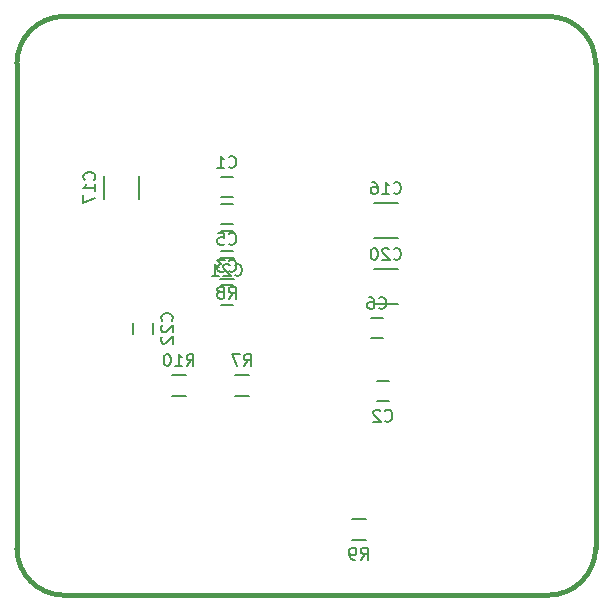
<source format=gbo>
G04 #@! TF.FileFunction,Legend,Bot*
%FSLAX46Y46*%
G04 Gerber Fmt 4.6, Leading zero omitted, Abs format (unit mm)*
G04 Created by KiCad (PCBNEW 4.0.1-stable) date 2/26/2016 9:50:35 PM*
%MOMM*%
G01*
G04 APERTURE LIST*
%ADD10C,0.150000*%
%ADD11C,0.381000*%
%ADD12C,0.203200*%
G04 APERTURE END LIST*
D10*
D11*
X0Y-45000000D02*
X0Y-4000000D01*
X45000000Y-49000000D02*
X4000000Y-49000000D01*
X49000000Y-4000000D02*
X49000000Y-45000000D01*
X4000000Y0D02*
X45000000Y0D01*
X0Y-45000000D02*
G75*
G03X4000000Y-49000000I4000000J0D01*
G01*
X45000000Y-49000000D02*
G75*
G03X49000000Y-45000000I0J4000000D01*
G01*
X49000000Y-4000000D02*
G75*
G03X45000000Y0I-4000000J0D01*
G01*
X4000000Y0D02*
G75*
G03X0Y-4000000I0J-4000000D01*
G01*
D10*
X17280000Y-13628000D02*
X18280000Y-13628000D01*
X18280000Y-15328000D02*
X17280000Y-15328000D01*
X31488000Y-32600000D02*
X30488000Y-32600000D01*
X30488000Y-30900000D02*
X31488000Y-30900000D01*
X18280000Y-19900000D02*
X17280000Y-19900000D01*
X17280000Y-18200000D02*
X18280000Y-18200000D01*
X18280000Y-17614000D02*
X17280000Y-17614000D01*
X17280000Y-15914000D02*
X18280000Y-15914000D01*
X29980000Y-25566000D02*
X30980000Y-25566000D01*
X30980000Y-27266000D02*
X29980000Y-27266000D01*
X30242000Y-15797000D02*
X32242000Y-15797000D01*
X32242000Y-18747000D02*
X30242000Y-18747000D01*
X7415000Y-15478000D02*
X7415000Y-13478000D01*
X10365000Y-13478000D02*
X10365000Y-15478000D01*
X30242000Y-21385000D02*
X32242000Y-21385000D01*
X32242000Y-24335000D02*
X30242000Y-24335000D01*
X17280000Y-22772000D02*
X18280000Y-22772000D01*
X18280000Y-24472000D02*
X17280000Y-24472000D01*
X11518000Y-25916000D02*
X11518000Y-26916000D01*
X9818000Y-26916000D02*
X9818000Y-25916000D01*
X18450000Y-32117000D02*
X19650000Y-32117000D01*
X19650000Y-30367000D02*
X18450000Y-30367000D01*
X18380000Y-20461000D02*
X17180000Y-20461000D01*
X17180000Y-22211000D02*
X18380000Y-22211000D01*
X29556000Y-42559000D02*
X28356000Y-42559000D01*
X28356000Y-44309000D02*
X29556000Y-44309000D01*
X13116000Y-32117000D02*
X14316000Y-32117000D01*
X14316000Y-30367000D02*
X13116000Y-30367000D01*
D12*
X17949333Y-12740857D02*
X17997714Y-12789238D01*
X18142857Y-12837619D01*
X18239619Y-12837619D01*
X18384761Y-12789238D01*
X18481523Y-12692476D01*
X18529904Y-12595714D01*
X18578285Y-12402190D01*
X18578285Y-12257048D01*
X18529904Y-12063524D01*
X18481523Y-11966762D01*
X18384761Y-11870000D01*
X18239619Y-11821619D01*
X18142857Y-11821619D01*
X17997714Y-11870000D01*
X17949333Y-11918381D01*
X16981714Y-12837619D02*
X17562285Y-12837619D01*
X17271999Y-12837619D02*
X17271999Y-11821619D01*
X17368761Y-11966762D01*
X17465523Y-12063524D01*
X17562285Y-12111905D01*
X31157333Y-34212857D02*
X31205714Y-34261238D01*
X31350857Y-34309619D01*
X31447619Y-34309619D01*
X31592761Y-34261238D01*
X31689523Y-34164476D01*
X31737904Y-34067714D01*
X31786285Y-33874190D01*
X31786285Y-33729048D01*
X31737904Y-33535524D01*
X31689523Y-33438762D01*
X31592761Y-33342000D01*
X31447619Y-33293619D01*
X31350857Y-33293619D01*
X31205714Y-33342000D01*
X31157333Y-33390381D01*
X30770285Y-33390381D02*
X30721904Y-33342000D01*
X30625142Y-33293619D01*
X30383238Y-33293619D01*
X30286476Y-33342000D01*
X30238095Y-33390381D01*
X30189714Y-33487143D01*
X30189714Y-33583905D01*
X30238095Y-33729048D01*
X30818666Y-34309619D01*
X30189714Y-34309619D01*
X17949333Y-21512857D02*
X17997714Y-21561238D01*
X18142857Y-21609619D01*
X18239619Y-21609619D01*
X18384761Y-21561238D01*
X18481523Y-21464476D01*
X18529904Y-21367714D01*
X18578285Y-21174190D01*
X18578285Y-21029048D01*
X18529904Y-20835524D01*
X18481523Y-20738762D01*
X18384761Y-20642000D01*
X18239619Y-20593619D01*
X18142857Y-20593619D01*
X17997714Y-20642000D01*
X17949333Y-20690381D01*
X17610666Y-20593619D02*
X16981714Y-20593619D01*
X17320380Y-20980667D01*
X17175238Y-20980667D01*
X17078476Y-21029048D01*
X17030095Y-21077429D01*
X16981714Y-21174190D01*
X16981714Y-21416095D01*
X17030095Y-21512857D01*
X17078476Y-21561238D01*
X17175238Y-21609619D01*
X17465523Y-21609619D01*
X17562285Y-21561238D01*
X17610666Y-21512857D01*
X17949333Y-19226857D02*
X17997714Y-19275238D01*
X18142857Y-19323619D01*
X18239619Y-19323619D01*
X18384761Y-19275238D01*
X18481523Y-19178476D01*
X18529904Y-19081714D01*
X18578285Y-18888190D01*
X18578285Y-18743048D01*
X18529904Y-18549524D01*
X18481523Y-18452762D01*
X18384761Y-18356000D01*
X18239619Y-18307619D01*
X18142857Y-18307619D01*
X17997714Y-18356000D01*
X17949333Y-18404381D01*
X17030095Y-18307619D02*
X17513904Y-18307619D01*
X17562285Y-18791429D01*
X17513904Y-18743048D01*
X17417142Y-18694667D01*
X17175238Y-18694667D01*
X17078476Y-18743048D01*
X17030095Y-18791429D01*
X16981714Y-18888190D01*
X16981714Y-19130095D01*
X17030095Y-19226857D01*
X17078476Y-19275238D01*
X17175238Y-19323619D01*
X17417142Y-19323619D01*
X17513904Y-19275238D01*
X17562285Y-19226857D01*
X30649333Y-24678857D02*
X30697714Y-24727238D01*
X30842857Y-24775619D01*
X30939619Y-24775619D01*
X31084761Y-24727238D01*
X31181523Y-24630476D01*
X31229904Y-24533714D01*
X31278285Y-24340190D01*
X31278285Y-24195048D01*
X31229904Y-24001524D01*
X31181523Y-23904762D01*
X31084761Y-23808000D01*
X30939619Y-23759619D01*
X30842857Y-23759619D01*
X30697714Y-23808000D01*
X30649333Y-23856381D01*
X29778476Y-23759619D02*
X29971999Y-23759619D01*
X30068761Y-23808000D01*
X30117142Y-23856381D01*
X30213904Y-24001524D01*
X30262285Y-24195048D01*
X30262285Y-24582095D01*
X30213904Y-24678857D01*
X30165523Y-24727238D01*
X30068761Y-24775619D01*
X29875238Y-24775619D01*
X29778476Y-24727238D01*
X29730095Y-24678857D01*
X29681714Y-24582095D01*
X29681714Y-24340190D01*
X29730095Y-24243429D01*
X29778476Y-24195048D01*
X29875238Y-24146667D01*
X30068761Y-24146667D01*
X30165523Y-24195048D01*
X30213904Y-24243429D01*
X30262285Y-24340190D01*
X31895143Y-14934857D02*
X31943524Y-14983238D01*
X32088667Y-15031619D01*
X32185429Y-15031619D01*
X32330571Y-14983238D01*
X32427333Y-14886476D01*
X32475714Y-14789714D01*
X32524095Y-14596190D01*
X32524095Y-14451048D01*
X32475714Y-14257524D01*
X32427333Y-14160762D01*
X32330571Y-14064000D01*
X32185429Y-14015619D01*
X32088667Y-14015619D01*
X31943524Y-14064000D01*
X31895143Y-14112381D01*
X30927524Y-15031619D02*
X31508095Y-15031619D01*
X31217809Y-15031619D02*
X31217809Y-14015619D01*
X31314571Y-14160762D01*
X31411333Y-14257524D01*
X31508095Y-14305905D01*
X30056667Y-14015619D02*
X30250190Y-14015619D01*
X30346952Y-14064000D01*
X30395333Y-14112381D01*
X30492095Y-14257524D01*
X30540476Y-14451048D01*
X30540476Y-14838095D01*
X30492095Y-14934857D01*
X30443714Y-14983238D01*
X30346952Y-15031619D01*
X30153429Y-15031619D01*
X30056667Y-14983238D01*
X30008286Y-14934857D01*
X29959905Y-14838095D01*
X29959905Y-14596190D01*
X30008286Y-14499429D01*
X30056667Y-14451048D01*
X30153429Y-14402667D01*
X30346952Y-14402667D01*
X30443714Y-14451048D01*
X30492095Y-14499429D01*
X30540476Y-14596190D01*
X6552857Y-13824857D02*
X6601238Y-13776476D01*
X6649619Y-13631333D01*
X6649619Y-13534571D01*
X6601238Y-13389429D01*
X6504476Y-13292667D01*
X6407714Y-13244286D01*
X6214190Y-13195905D01*
X6069048Y-13195905D01*
X5875524Y-13244286D01*
X5778762Y-13292667D01*
X5682000Y-13389429D01*
X5633619Y-13534571D01*
X5633619Y-13631333D01*
X5682000Y-13776476D01*
X5730381Y-13824857D01*
X6649619Y-14792476D02*
X6649619Y-14211905D01*
X6649619Y-14502191D02*
X5633619Y-14502191D01*
X5778762Y-14405429D01*
X5875524Y-14308667D01*
X5923905Y-14211905D01*
X5633619Y-15131143D02*
X5633619Y-15808476D01*
X6649619Y-15373048D01*
X31895143Y-20522857D02*
X31943524Y-20571238D01*
X32088667Y-20619619D01*
X32185429Y-20619619D01*
X32330571Y-20571238D01*
X32427333Y-20474476D01*
X32475714Y-20377714D01*
X32524095Y-20184190D01*
X32524095Y-20039048D01*
X32475714Y-19845524D01*
X32427333Y-19748762D01*
X32330571Y-19652000D01*
X32185429Y-19603619D01*
X32088667Y-19603619D01*
X31943524Y-19652000D01*
X31895143Y-19700381D01*
X31508095Y-19700381D02*
X31459714Y-19652000D01*
X31362952Y-19603619D01*
X31121048Y-19603619D01*
X31024286Y-19652000D01*
X30975905Y-19700381D01*
X30927524Y-19797143D01*
X30927524Y-19893905D01*
X30975905Y-20039048D01*
X31556476Y-20619619D01*
X30927524Y-20619619D01*
X30298571Y-19603619D02*
X30201810Y-19603619D01*
X30105048Y-19652000D01*
X30056667Y-19700381D01*
X30008286Y-19797143D01*
X29959905Y-19990667D01*
X29959905Y-20232571D01*
X30008286Y-20426095D01*
X30056667Y-20522857D01*
X30105048Y-20571238D01*
X30201810Y-20619619D01*
X30298571Y-20619619D01*
X30395333Y-20571238D01*
X30443714Y-20522857D01*
X30492095Y-20426095D01*
X30540476Y-20232571D01*
X30540476Y-19990667D01*
X30492095Y-19797143D01*
X30443714Y-19700381D01*
X30395333Y-19652000D01*
X30298571Y-19603619D01*
X18433143Y-21884857D02*
X18481524Y-21933238D01*
X18626667Y-21981619D01*
X18723429Y-21981619D01*
X18868571Y-21933238D01*
X18965333Y-21836476D01*
X19013714Y-21739714D01*
X19062095Y-21546190D01*
X19062095Y-21401048D01*
X19013714Y-21207524D01*
X18965333Y-21110762D01*
X18868571Y-21014000D01*
X18723429Y-20965619D01*
X18626667Y-20965619D01*
X18481524Y-21014000D01*
X18433143Y-21062381D01*
X18046095Y-21062381D02*
X17997714Y-21014000D01*
X17900952Y-20965619D01*
X17659048Y-20965619D01*
X17562286Y-21014000D01*
X17513905Y-21062381D01*
X17465524Y-21159143D01*
X17465524Y-21255905D01*
X17513905Y-21401048D01*
X18094476Y-21981619D01*
X17465524Y-21981619D01*
X16497905Y-21981619D02*
X17078476Y-21981619D01*
X16788190Y-21981619D02*
X16788190Y-20965619D01*
X16884952Y-21110762D01*
X16981714Y-21207524D01*
X17078476Y-21255905D01*
X13130857Y-25762857D02*
X13179238Y-25714476D01*
X13227619Y-25569333D01*
X13227619Y-25472571D01*
X13179238Y-25327429D01*
X13082476Y-25230667D01*
X12985714Y-25182286D01*
X12792190Y-25133905D01*
X12647048Y-25133905D01*
X12453524Y-25182286D01*
X12356762Y-25230667D01*
X12260000Y-25327429D01*
X12211619Y-25472571D01*
X12211619Y-25569333D01*
X12260000Y-25714476D01*
X12308381Y-25762857D01*
X12308381Y-26149905D02*
X12260000Y-26198286D01*
X12211619Y-26295048D01*
X12211619Y-26536952D01*
X12260000Y-26633714D01*
X12308381Y-26682095D01*
X12405143Y-26730476D01*
X12501905Y-26730476D01*
X12647048Y-26682095D01*
X13227619Y-26101524D01*
X13227619Y-26730476D01*
X12308381Y-27117524D02*
X12260000Y-27165905D01*
X12211619Y-27262667D01*
X12211619Y-27504571D01*
X12260000Y-27601333D01*
X12308381Y-27649714D01*
X12405143Y-27698095D01*
X12501905Y-27698095D01*
X12647048Y-27649714D01*
X13227619Y-27069143D01*
X13227619Y-27698095D01*
X19219333Y-29601619D02*
X19557999Y-29117810D01*
X19799904Y-29601619D02*
X19799904Y-28585619D01*
X19412857Y-28585619D01*
X19316095Y-28634000D01*
X19267714Y-28682381D01*
X19219333Y-28779143D01*
X19219333Y-28924286D01*
X19267714Y-29021048D01*
X19316095Y-29069429D01*
X19412857Y-29117810D01*
X19799904Y-29117810D01*
X18880666Y-28585619D02*
X18203333Y-28585619D01*
X18638761Y-29601619D01*
X17949333Y-23895619D02*
X18287999Y-23411810D01*
X18529904Y-23895619D02*
X18529904Y-22879619D01*
X18142857Y-22879619D01*
X18046095Y-22928000D01*
X17997714Y-22976381D01*
X17949333Y-23073143D01*
X17949333Y-23218286D01*
X17997714Y-23315048D01*
X18046095Y-23363429D01*
X18142857Y-23411810D01*
X18529904Y-23411810D01*
X17368761Y-23315048D02*
X17465523Y-23266667D01*
X17513904Y-23218286D01*
X17562285Y-23121524D01*
X17562285Y-23073143D01*
X17513904Y-22976381D01*
X17465523Y-22928000D01*
X17368761Y-22879619D01*
X17175238Y-22879619D01*
X17078476Y-22928000D01*
X17030095Y-22976381D01*
X16981714Y-23073143D01*
X16981714Y-23121524D01*
X17030095Y-23218286D01*
X17078476Y-23266667D01*
X17175238Y-23315048D01*
X17368761Y-23315048D01*
X17465523Y-23363429D01*
X17513904Y-23411810D01*
X17562285Y-23508571D01*
X17562285Y-23702095D01*
X17513904Y-23798857D01*
X17465523Y-23847238D01*
X17368761Y-23895619D01*
X17175238Y-23895619D01*
X17078476Y-23847238D01*
X17030095Y-23798857D01*
X16981714Y-23702095D01*
X16981714Y-23508571D01*
X17030095Y-23411810D01*
X17078476Y-23363429D01*
X17175238Y-23315048D01*
X29125333Y-45993619D02*
X29463999Y-45509810D01*
X29705904Y-45993619D02*
X29705904Y-44977619D01*
X29318857Y-44977619D01*
X29222095Y-45026000D01*
X29173714Y-45074381D01*
X29125333Y-45171143D01*
X29125333Y-45316286D01*
X29173714Y-45413048D01*
X29222095Y-45461429D01*
X29318857Y-45509810D01*
X29705904Y-45509810D01*
X28641523Y-45993619D02*
X28447999Y-45993619D01*
X28351238Y-45945238D01*
X28302857Y-45896857D01*
X28206095Y-45751714D01*
X28157714Y-45558190D01*
X28157714Y-45171143D01*
X28206095Y-45074381D01*
X28254476Y-45026000D01*
X28351238Y-44977619D01*
X28544761Y-44977619D01*
X28641523Y-45026000D01*
X28689904Y-45074381D01*
X28738285Y-45171143D01*
X28738285Y-45413048D01*
X28689904Y-45509810D01*
X28641523Y-45558190D01*
X28544761Y-45606571D01*
X28351238Y-45606571D01*
X28254476Y-45558190D01*
X28206095Y-45509810D01*
X28157714Y-45413048D01*
X14369143Y-29601619D02*
X14707809Y-29117810D01*
X14949714Y-29601619D02*
X14949714Y-28585619D01*
X14562667Y-28585619D01*
X14465905Y-28634000D01*
X14417524Y-28682381D01*
X14369143Y-28779143D01*
X14369143Y-28924286D01*
X14417524Y-29021048D01*
X14465905Y-29069429D01*
X14562667Y-29117810D01*
X14949714Y-29117810D01*
X13401524Y-29601619D02*
X13982095Y-29601619D01*
X13691809Y-29601619D02*
X13691809Y-28585619D01*
X13788571Y-28730762D01*
X13885333Y-28827524D01*
X13982095Y-28875905D01*
X12772571Y-28585619D02*
X12675810Y-28585619D01*
X12579048Y-28634000D01*
X12530667Y-28682381D01*
X12482286Y-28779143D01*
X12433905Y-28972667D01*
X12433905Y-29214571D01*
X12482286Y-29408095D01*
X12530667Y-29504857D01*
X12579048Y-29553238D01*
X12675810Y-29601619D01*
X12772571Y-29601619D01*
X12869333Y-29553238D01*
X12917714Y-29504857D01*
X12966095Y-29408095D01*
X13014476Y-29214571D01*
X13014476Y-28972667D01*
X12966095Y-28779143D01*
X12917714Y-28682381D01*
X12869333Y-28634000D01*
X12772571Y-28585619D01*
M02*

</source>
